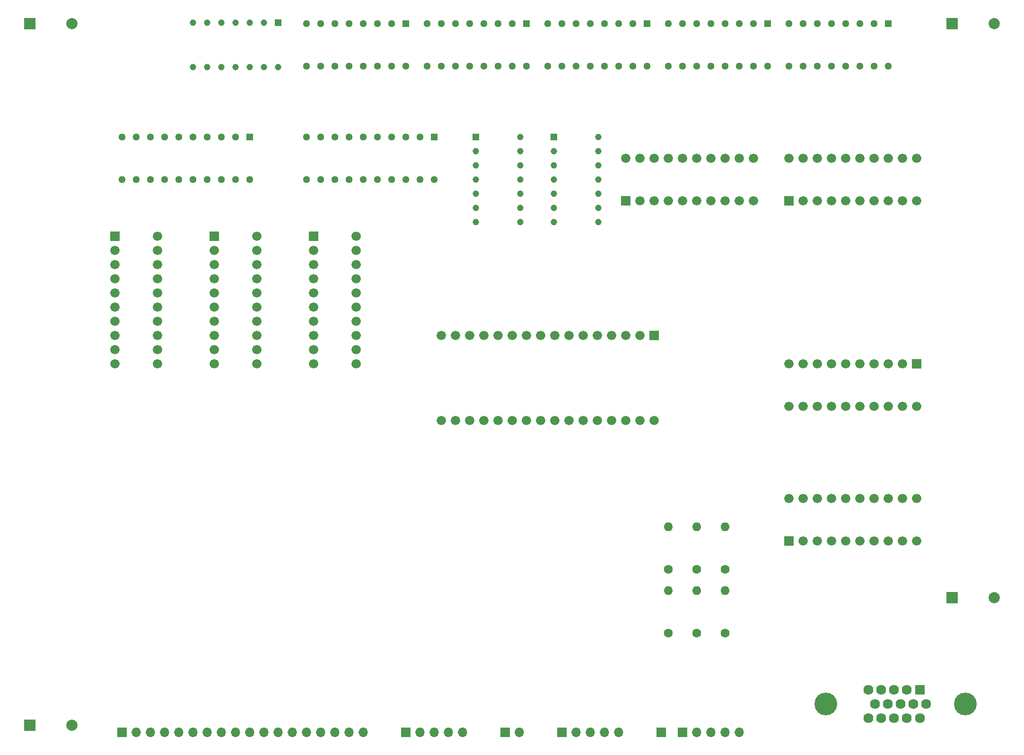
<source format=gbs>
%TF.GenerationSoftware,KiCad,Pcbnew,5.1.12-84ad8e8a86~92~ubuntu18.04.1*%
%TF.CreationDate,2021-11-25T10:44:01-05:00*%
%TF.ProjectId,vectron_vga_plus_design,76656374-726f-46e5-9f76-67615f706c75,rev?*%
%TF.SameCoordinates,Original*%
%TF.FileFunction,Soldermask,Bot*%
%TF.FilePolarity,Negative*%
%FSLAX46Y46*%
G04 Gerber Fmt 4.6, Leading zero omitted, Abs format (unit mm)*
G04 Created by KiCad (PCBNEW 5.1.12-84ad8e8a86~92~ubuntu18.04.1) date 2021-11-25 10:44:01*
%MOMM*%
%LPD*%
G01*
G04 APERTURE LIST*
%ADD10C,1.676400*%
%ADD11R,1.676400X1.676400*%
%ADD12C,1.295400*%
%ADD13R,1.295400X1.295400*%
%ADD14C,1.170000*%
%ADD15R,1.170000X1.170000*%
%ADD16O,1.600000X1.600000*%
%ADD17C,1.600000*%
%ADD18O,1.700000X1.700000*%
%ADD19R,1.700000X1.700000*%
%ADD20C,4.066000*%
%ADD21C,1.785000*%
%ADD22R,1.785000X1.785000*%
%ADD23C,2.000000*%
%ADD24R,2.000000X2.000000*%
G04 APERTURE END LIST*
D10*
%TO.C,U17*%
X537210000Y-508000000D03*
X539750000Y-508000000D03*
X542290000Y-508000000D03*
X544830000Y-508000000D03*
X547370000Y-508000000D03*
X549910000Y-508000000D03*
X552450000Y-508000000D03*
X554990000Y-508000000D03*
X557530000Y-508000000D03*
X560070000Y-508000000D03*
X560070000Y-515620000D03*
X557530000Y-515620000D03*
X554990000Y-515620000D03*
X552450000Y-515620000D03*
X549910000Y-515620000D03*
X547370000Y-515620000D03*
X544830000Y-515620000D03*
X542290000Y-515620000D03*
X539750000Y-515620000D03*
D11*
X537210000Y-515620000D03*
%TD*%
D12*
%TO.C,U18*%
X554990000Y-491490000D03*
X552450000Y-491490000D03*
X549910000Y-491490000D03*
X547370000Y-491490000D03*
X544830000Y-491490000D03*
X542290000Y-491490000D03*
X539750000Y-491490000D03*
X537210000Y-491490000D03*
X537210000Y-483870000D03*
X539750000Y-483870000D03*
X542290000Y-483870000D03*
X544830000Y-483870000D03*
X547370000Y-483870000D03*
X549910000Y-483870000D03*
X552450000Y-483870000D03*
D13*
X554990000Y-483870000D03*
%TD*%
D10*
%TO.C,U16*%
X560070000Y-552450000D03*
X557530000Y-552450000D03*
X554990000Y-552450000D03*
X552450000Y-552450000D03*
X549910000Y-552450000D03*
X547370000Y-552450000D03*
X544830000Y-552450000D03*
X542290000Y-552450000D03*
X539750000Y-552450000D03*
X537210000Y-552450000D03*
X537210000Y-544830000D03*
X539750000Y-544830000D03*
X542290000Y-544830000D03*
X544830000Y-544830000D03*
X547370000Y-544830000D03*
X549910000Y-544830000D03*
X552450000Y-544830000D03*
X554990000Y-544830000D03*
X557530000Y-544830000D03*
D11*
X560070000Y-544830000D03*
%TD*%
D10*
%TO.C,U15*%
X508000000Y-508000000D03*
X510540000Y-508000000D03*
X513080000Y-508000000D03*
X515620000Y-508000000D03*
X518160000Y-508000000D03*
X520700000Y-508000000D03*
X523240000Y-508000000D03*
X525780000Y-508000000D03*
X528320000Y-508000000D03*
X530860000Y-508000000D03*
X530860000Y-515620000D03*
X528320000Y-515620000D03*
X525780000Y-515620000D03*
X523240000Y-515620000D03*
X520700000Y-515620000D03*
X518160000Y-515620000D03*
X515620000Y-515620000D03*
X513080000Y-515620000D03*
X510540000Y-515620000D03*
D11*
X508000000Y-515620000D03*
%TD*%
D12*
%TO.C,U14*%
X533400000Y-491490000D03*
X530860000Y-491490000D03*
X528320000Y-491490000D03*
X525780000Y-491490000D03*
X523240000Y-491490000D03*
X520700000Y-491490000D03*
X518160000Y-491490000D03*
X515620000Y-491490000D03*
X515620000Y-483870000D03*
X518160000Y-483870000D03*
X520700000Y-483870000D03*
X523240000Y-483870000D03*
X525780000Y-483870000D03*
X528320000Y-483870000D03*
X530860000Y-483870000D03*
D13*
X533400000Y-483870000D03*
%TD*%
D14*
%TO.C,U13*%
X503080000Y-504190000D03*
X503080000Y-506730000D03*
X503080000Y-509270000D03*
X503080000Y-511810000D03*
X503080000Y-514350000D03*
X503080000Y-516890000D03*
X503080000Y-519430000D03*
X495140000Y-519430000D03*
X495140000Y-516890000D03*
X495140000Y-514350000D03*
X495140000Y-511810000D03*
X495140000Y-509270000D03*
X495140000Y-506730000D03*
D15*
X495140000Y-504190000D03*
%TD*%
D10*
%TO.C,U12*%
X513080000Y-554990000D03*
X510540000Y-554990000D03*
X508000000Y-554990000D03*
X505460000Y-554990000D03*
X502920000Y-554990000D03*
X500380000Y-554990000D03*
X497840000Y-554990000D03*
X495300000Y-554990000D03*
X492760000Y-554990000D03*
X490220000Y-554990000D03*
X487680000Y-554990000D03*
X485140000Y-554990000D03*
X482600000Y-554990000D03*
X480060000Y-554990000D03*
X477520000Y-554990000D03*
X474980000Y-554990000D03*
X474980000Y-539750000D03*
X477520000Y-539750000D03*
X480060000Y-539750000D03*
X482600000Y-539750000D03*
X485140000Y-539750000D03*
X487680000Y-539750000D03*
X490220000Y-539750000D03*
X492760000Y-539750000D03*
X495300000Y-539750000D03*
X497840000Y-539750000D03*
X500380000Y-539750000D03*
X502920000Y-539750000D03*
X505460000Y-539750000D03*
X508000000Y-539750000D03*
X510540000Y-539750000D03*
D11*
X513080000Y-539750000D03*
%TD*%
D12*
%TO.C,U11*%
X511810000Y-491490000D03*
X509270000Y-491490000D03*
X506730000Y-491490000D03*
X504190000Y-491490000D03*
X501650000Y-491490000D03*
X499110000Y-491490000D03*
X496570000Y-491490000D03*
X494030000Y-491490000D03*
X494030000Y-483870000D03*
X496570000Y-483870000D03*
X499110000Y-483870000D03*
X501650000Y-483870000D03*
X504190000Y-483870000D03*
X506730000Y-483870000D03*
X509270000Y-483870000D03*
D13*
X511810000Y-483870000D03*
%TD*%
D14*
%TO.C,U10*%
X489110000Y-504190000D03*
X489110000Y-506730000D03*
X489110000Y-509270000D03*
X489110000Y-511810000D03*
X489110000Y-514350000D03*
X489110000Y-516890000D03*
X489110000Y-519430000D03*
X481170000Y-519430000D03*
X481170000Y-516890000D03*
X481170000Y-514350000D03*
X481170000Y-511810000D03*
X481170000Y-509270000D03*
X481170000Y-506730000D03*
D15*
X481170000Y-504190000D03*
%TD*%
D10*
%TO.C,U9*%
X459740000Y-521970000D03*
X459740000Y-524510000D03*
X459740000Y-527050000D03*
X459740000Y-529590000D03*
X459740000Y-532130000D03*
X459740000Y-534670000D03*
X459740000Y-537210000D03*
X459740000Y-539750000D03*
X459740000Y-542290000D03*
X459740000Y-544830000D03*
X452120000Y-544830000D03*
X452120000Y-542290000D03*
X452120000Y-539750000D03*
X452120000Y-537210000D03*
X452120000Y-534670000D03*
X452120000Y-532130000D03*
X452120000Y-529590000D03*
X452120000Y-527050000D03*
X452120000Y-524510000D03*
D11*
X452120000Y-521970000D03*
%TD*%
D12*
%TO.C,U8*%
X490220000Y-491490000D03*
X487680000Y-491490000D03*
X485140000Y-491490000D03*
X482600000Y-491490000D03*
X480060000Y-491490000D03*
X477520000Y-491490000D03*
X474980000Y-491490000D03*
X472440000Y-491490000D03*
X472440000Y-483870000D03*
X474980000Y-483870000D03*
X477520000Y-483870000D03*
X480060000Y-483870000D03*
X482600000Y-483870000D03*
X485140000Y-483870000D03*
X487680000Y-483870000D03*
D13*
X490220000Y-483870000D03*
%TD*%
D12*
%TO.C,U7*%
X468630000Y-491490000D03*
X466090000Y-491490000D03*
X463550000Y-491490000D03*
X461010000Y-491490000D03*
X458470000Y-491490000D03*
X455930000Y-491490000D03*
X453390000Y-491490000D03*
X450850000Y-491490000D03*
X450850000Y-483870000D03*
X453390000Y-483870000D03*
X455930000Y-483870000D03*
X458470000Y-483870000D03*
X461010000Y-483870000D03*
X463550000Y-483870000D03*
X466090000Y-483870000D03*
D13*
X468630000Y-483870000D03*
%TD*%
D12*
%TO.C,U6*%
X473710000Y-511810000D03*
X471170000Y-511810000D03*
X468630000Y-511810000D03*
X466090000Y-511810000D03*
X463550000Y-511810000D03*
X461010000Y-511810000D03*
X458470000Y-511810000D03*
X455930000Y-511810000D03*
X453390000Y-511810000D03*
X450850000Y-511810000D03*
X450850000Y-504190000D03*
X453390000Y-504190000D03*
X455930000Y-504190000D03*
X458470000Y-504190000D03*
X461010000Y-504190000D03*
X463550000Y-504190000D03*
X466090000Y-504190000D03*
X468630000Y-504190000D03*
X471170000Y-504190000D03*
D13*
X473710000Y-504190000D03*
%TD*%
D10*
%TO.C,U5*%
X441960000Y-521970000D03*
X441960000Y-524510000D03*
X441960000Y-527050000D03*
X441960000Y-529590000D03*
X441960000Y-532130000D03*
X441960000Y-534670000D03*
X441960000Y-537210000D03*
X441960000Y-539750000D03*
X441960000Y-542290000D03*
X441960000Y-544830000D03*
X434340000Y-544830000D03*
X434340000Y-542290000D03*
X434340000Y-539750000D03*
X434340000Y-537210000D03*
X434340000Y-534670000D03*
X434340000Y-532130000D03*
X434340000Y-529590000D03*
X434340000Y-527050000D03*
X434340000Y-524510000D03*
D11*
X434340000Y-521970000D03*
%TD*%
D14*
%TO.C,U4*%
X445770000Y-491650000D03*
X443230000Y-491650000D03*
X440690000Y-491650000D03*
X438150000Y-491650000D03*
X435610000Y-491650000D03*
X433070000Y-491650000D03*
X430530000Y-491650000D03*
X430530000Y-483710000D03*
X433070000Y-483710000D03*
X435610000Y-483710000D03*
X438150000Y-483710000D03*
X440690000Y-483710000D03*
X443230000Y-483710000D03*
D15*
X445770000Y-483710000D03*
%TD*%
D10*
%TO.C,U3*%
X537210000Y-568960000D03*
X539750000Y-568960000D03*
X542290000Y-568960000D03*
X544830000Y-568960000D03*
X547370000Y-568960000D03*
X549910000Y-568960000D03*
X552450000Y-568960000D03*
X554990000Y-568960000D03*
X557530000Y-568960000D03*
X560070000Y-568960000D03*
X560070000Y-576580000D03*
X557530000Y-576580000D03*
X554990000Y-576580000D03*
X552450000Y-576580000D03*
X549910000Y-576580000D03*
X547370000Y-576580000D03*
X544830000Y-576580000D03*
X542290000Y-576580000D03*
X539750000Y-576580000D03*
D11*
X537210000Y-576580000D03*
%TD*%
D10*
%TO.C,U2*%
X424180000Y-521970000D03*
X424180000Y-524510000D03*
X424180000Y-527050000D03*
X424180000Y-529590000D03*
X424180000Y-532130000D03*
X424180000Y-534670000D03*
X424180000Y-537210000D03*
X424180000Y-539750000D03*
X424180000Y-542290000D03*
X424180000Y-544830000D03*
X416560000Y-544830000D03*
X416560000Y-542290000D03*
X416560000Y-539750000D03*
X416560000Y-537210000D03*
X416560000Y-534670000D03*
X416560000Y-532130000D03*
X416560000Y-529590000D03*
X416560000Y-527050000D03*
X416560000Y-524510000D03*
D11*
X416560000Y-521970000D03*
%TD*%
D12*
%TO.C,U1*%
X440690000Y-511810000D03*
X438150000Y-511810000D03*
X435610000Y-511810000D03*
X433070000Y-511810000D03*
X430530000Y-511810000D03*
X427990000Y-511810000D03*
X425450000Y-511810000D03*
X422910000Y-511810000D03*
X420370000Y-511810000D03*
X417830000Y-511810000D03*
X417830000Y-504190000D03*
X420370000Y-504190000D03*
X422910000Y-504190000D03*
X425450000Y-504190000D03*
X427990000Y-504190000D03*
X430530000Y-504190000D03*
X433070000Y-504190000D03*
X435610000Y-504190000D03*
X438150000Y-504190000D03*
D13*
X440690000Y-504190000D03*
%TD*%
D16*
%TO.C,R6*%
X525780000Y-585470000D03*
D17*
X525780000Y-593090000D03*
%TD*%
D16*
%TO.C,R5*%
X525780000Y-574040000D03*
D17*
X525780000Y-581660000D03*
%TD*%
D16*
%TO.C,R4*%
X520700000Y-585470000D03*
D17*
X520700000Y-593090000D03*
%TD*%
D16*
%TO.C,R3*%
X520700000Y-574040000D03*
D17*
X520700000Y-581660000D03*
%TD*%
D16*
%TO.C,R2*%
X515620000Y-585470000D03*
D17*
X515620000Y-593090000D03*
%TD*%
D16*
%TO.C,R1*%
X515620000Y-574040000D03*
D17*
X515620000Y-581660000D03*
%TD*%
D18*
%TO.C,J7*%
X488950000Y-610870000D03*
D19*
X486410000Y-610870000D03*
%TD*%
D20*
%TO.C,J6*%
X568755000Y-605790000D03*
X543765000Y-605790000D03*
D21*
X551430000Y-608330000D03*
X553720000Y-608330000D03*
X556010000Y-608330000D03*
X558300000Y-608330000D03*
X560590000Y-608330000D03*
X552575000Y-605790000D03*
X554865000Y-605790000D03*
X557155000Y-605790000D03*
X559445000Y-605790000D03*
X561735000Y-605790000D03*
X551430000Y-603250000D03*
X553720000Y-603250000D03*
X556010000Y-603250000D03*
X558300000Y-603250000D03*
D22*
X560590000Y-603250000D03*
%TD*%
D18*
%TO.C,J5*%
X506730000Y-610870000D03*
X504190000Y-610870000D03*
X501650000Y-610870000D03*
X499110000Y-610870000D03*
D19*
X496570000Y-610870000D03*
%TD*%
D18*
%TO.C,J4*%
X528320000Y-610870000D03*
X525780000Y-610870000D03*
X523240000Y-610870000D03*
X520700000Y-610870000D03*
D19*
X518160000Y-610870000D03*
%TD*%
%TO.C,J3*%
X514350000Y-610870000D03*
%TD*%
D18*
%TO.C,J2*%
X478790000Y-610870000D03*
X476250000Y-610870000D03*
X473710000Y-610870000D03*
X471170000Y-610870000D03*
D19*
X468630000Y-610870000D03*
%TD*%
D18*
%TO.C,J1*%
X461010000Y-610870000D03*
X458470000Y-610870000D03*
X455930000Y-610870000D03*
X453390000Y-610870000D03*
X450850000Y-610870000D03*
X448310000Y-610870000D03*
X445770000Y-610870000D03*
X443230000Y-610870000D03*
X440690000Y-610870000D03*
X438150000Y-610870000D03*
X435610000Y-610870000D03*
X433070000Y-610870000D03*
X430530000Y-610870000D03*
X427990000Y-610870000D03*
X425450000Y-610870000D03*
X422910000Y-610870000D03*
X420370000Y-610870000D03*
D19*
X417830000Y-610870000D03*
%TD*%
D23*
%TO.C,C4*%
X573920000Y-586740000D03*
D24*
X566420000Y-586740000D03*
%TD*%
D23*
%TO.C,C3*%
X408820000Y-483870000D03*
D24*
X401320000Y-483870000D03*
%TD*%
D23*
%TO.C,C2*%
X573920000Y-483870000D03*
D24*
X566420000Y-483870000D03*
%TD*%
D23*
%TO.C,C1*%
X408820000Y-609600000D03*
D24*
X401320000Y-609600000D03*
%TD*%
M02*

</source>
